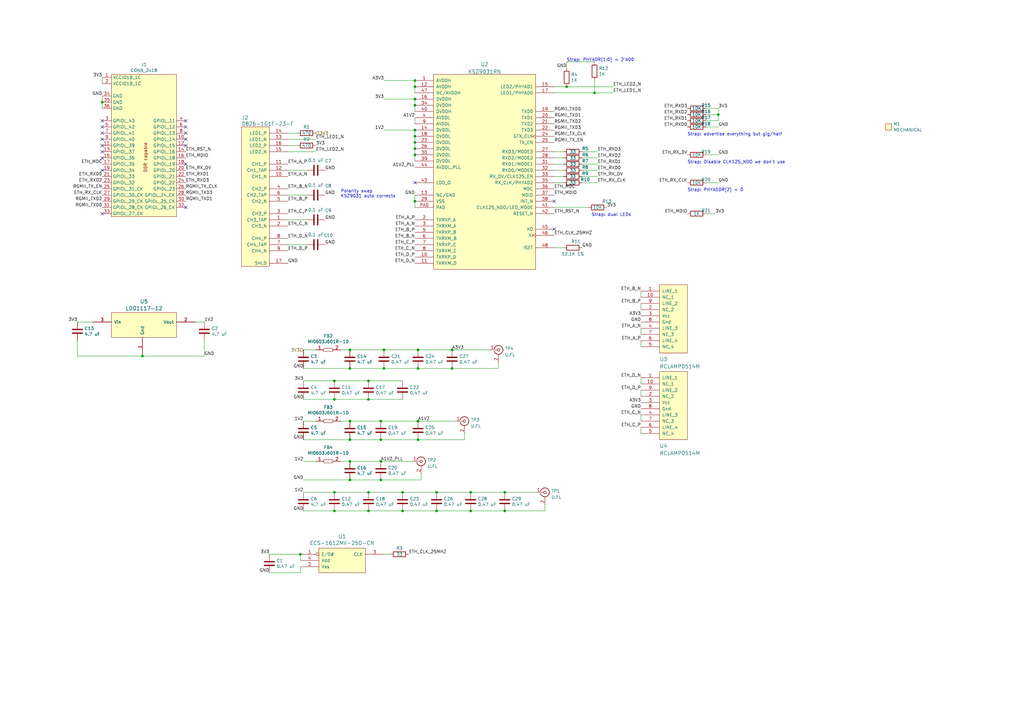
<source format=kicad_sch>
(kicad_sch (version 20231120) (generator "eeschema") (generator_version "8.0")
  (paper "A3")
  (lib_symbols
    (symbol "conn:CONN_COAXIAL" (pin_names (offset 1.016) hide)
      (property "Reference" "J" (at 0.254 3.048 0))
      (property "Value" "CONN_COAXIAL" (at 2.921 0 90))
      (symbol "CONN_COAXIAL_0_1"
        (arc (start -1.778 -0.508) (mid 0.222 -1.808) (end 1.778 0) (stroke (width 0.254)))
        (polyline (pts (xy -1.27 0) (xy -0.508 0)))
        (polyline (pts (xy 0 -2.54) (xy 0 -1.778)))
        (circle (center 0 0) (radius 0.508) (stroke (width 0.2032)))
        (arc (start 1.778 0) (mid 0.222 1.8083) (end -1.778 0.508) (stroke (width 0.254)))
      )
      (symbol "CONN_COAXIAL_1_1"
        (pin passive line (at -3.81 0 0) (length 2.54) (name "In") (number "1"))
        (pin passive line (at 0 -5.08 90) (length 2.54) (name "Ext") (number "2"))
      )
    )
    (symbol "device:C" (pin_numbers hide) (pin_names (offset 0.254))
      (property "Reference" "C" (at 0.635 2.54 0))
      (property "Value" "C" (at 0.635 -2.54 0))
      (symbol "C_0_1"
        (polyline (pts (xy -2.032 -0.762) (xy 2.032 -0.762)) (stroke (width 0.508)))
        (polyline (pts (xy -2.032 0.762) (xy 2.032 0.762)) (stroke (width 0.508)))
      )
      (symbol "C_1_1"
        (pin passive line (at 0 3.81 270) (length 2.794) (name "~") (number "1"))
        (pin passive line (at 0 -3.81 90) (length 2.794) (name "~") (number "2"))
      )
    )
    (symbol "device:R" (pin_numbers hide) (pin_names (offset 0))
      (property "Reference" "R" (at 2.032 0 90))
      (property "Value" "R" (at 0 0 90))
      (symbol "R_0_1"
        (rectangle (start -1.016 -2.54) (end 1.016 2.54) (stroke (width 0.254)))
      )
      (symbol "R_1_1"
        (pin passive line (at 0 3.81 270) (length 1.27) (name "~") (number "1"))
        (pin passive line (at 0 -3.81 90) (length 1.27) (name "~") (number "2"))
      )
    )
    (symbol "efinix-azonenberg:T20_BGA256_DEV_H2"
      (property "Reference" "J" (at 0 -1.778 0))
      (symbol "T20_BGA256_DEV_H2_1_1"
        (rectangle (start 0 58.42) (end 26.67 0) (fill (type background)))
        (text "DDR capable" (at 13.97 24.384 900) (effects (font (size 1.27 1.27))))
        (pin power_out line (at -3.81 57.15 0) (length 3.81) (name "VCCIO1B_1C") (number "1"))
        (pin bidirectional line (at 30.48 31.75 180) (length 3.81) (name "GPIOL_14") (number "10"))
        (pin bidirectional line (at -3.81 29.21 0) (length 3.81) (name "GPIOL_39") (number "11"))
        (pin bidirectional line (at 30.48 29.21 180) (length 3.81) (name "GPIOL_15") (number "12"))
        (pin bidirectional line (at -3.81 26.67 0) (length 3.81) (name "GPIOL_37") (number "13"))
        (pin bidirectional line (at 30.48 26.67 180) (length 3.81) (name "GPIOL_16") (number "14"))
        (pin bidirectional line (at -3.81 24.13 0) (length 3.81) (name "GPIOL_36") (number "15"))
        (pin bidirectional line (at 30.48 24.13 180) (length 3.81) (name "GPIOL_18") (number "16"))
        (pin bidirectional line (at -3.81 21.59 0) (length 3.81) (name "GPIOL_35") (number "17"))
        (pin bidirectional line (at 30.48 21.59 180) (length 3.81) (name "GPIOL_19") (number "18"))
        (pin bidirectional line (at -3.81 19.05 0) (length 3.81) (name "GPIOL_34") (number "19"))
        (pin power_in line (at -3.81 54.61 0) (length 3.81) (name "VCCIO1B_1C") (number "2"))
        (pin bidirectional line (at 30.48 19.05 180) (length 3.81) (name "GPIOL_20") (number "20"))
        (pin bidirectional line (at -3.81 16.51 0) (length 3.81) (name "GPIOL_33") (number "21"))
        (pin bidirectional line (at 30.48 16.51 180) (length 3.81) (name "GPIOL_21") (number "22"))
        (pin bidirectional line (at -3.81 13.97 0) (length 3.81) (name "GPIOL_32") (number "23"))
        (pin bidirectional line (at 30.48 13.97 180) (length 3.81) (name "GPIOL_22") (number "24"))
        (pin bidirectional line (at -3.81 11.43 0) (length 3.81) (name "GPIOL_31_CK") (number "25"))
        (pin bidirectional line (at 30.48 11.43 180) (length 3.81) (name "GPIOL_23") (number "26"))
        (pin bidirectional line (at -3.81 8.89 0) (length 3.81) (name "GPIOL_30_CK") (number "27"))
        (pin bidirectional line (at 30.48 8.89 180) (length 3.81) (name "GPIOL_24_CK") (number "28"))
        (pin bidirectional line (at -3.81 6.35 0) (length 3.81) (name "GPIOL_29_CK") (number "29"))
        (pin bidirectional line (at -3.81 39.37 0) (length 3.81) (name "GPIOL_43") (number "3"))
        (pin bidirectional line (at 30.48 6.35 180) (length 3.81) (name "GPIOL_25_CK") (number "30"))
        (pin bidirectional line (at -3.81 3.81 0) (length 3.81) (name "GPIOL_28_CK") (number "31"))
        (pin bidirectional line (at 30.48 3.81 180) (length 3.81) (name "GPIOL_26_CK") (number "32"))
        (pin bidirectional line (at -3.81 1.27 0) (length 3.81) (name "GPIOL_27_CK") (number "33"))
        (pin power_in line (at -3.81 49.53 0) (length 3.81) (name "GND") (number "34"))
        (pin power_out line (at -3.81 46.99 0) (length 3.81) (name "GND") (number "35"))
        (pin power_in line (at -3.81 44.45 0) (length 3.81) (name "GND") (number "36"))
        (pin bidirectional line (at 30.48 39.37 180) (length 3.81) (name "GPIOL_11") (number "4"))
        (pin bidirectional line (at -3.81 36.83 0) (length 3.81) (name "GPIOL_42") (number "5"))
        (pin bidirectional line (at 30.48 36.83 180) (length 3.81) (name "GPIOL_12") (number "6"))
        (pin bidirectional line (at -3.81 34.29 0) (length 3.81) (name "GPIOL_41") (number "7"))
        (pin bidirectional line (at 30.48 34.29 180) (length 3.81) (name "GPIOL_13") (number "8"))
        (pin bidirectional line (at -3.81 31.75 0) (length 3.81) (name "GPIOL_40") (number "9"))
      )
    )
    (symbol "osc-azonenberg:OSC" (pin_names (offset 1.016))
      (property "Reference" "U" (at 0 0 0))
      (property "Value" "OSC" (at 0 -2.54 0))
      (symbol "OSC_0_1"
        (rectangle (start -10.16 2.54) (end 8.89 -7.62) (fill (type background)))
      )
      (symbol "OSC_1_1"
        (pin input inverted (at -17.78 0 0) (length 7.62) (name "E/D#") (number "1"))
        (pin input line (at -17.78 -5.08 0) (length 7.62) (name "Vss") (number "2"))
        (pin output line (at 16.51 0 180) (length 7.62) (name "CLK") (number "3"))
        (pin power_in line (at -17.78 -2.54 0) (length 7.62) (name "Vdd") (number "4"))
      )
    )
    (symbol "passive-azonenberg:FERRITE_SMALL2" (pin_names (offset 1.016))
      (property "Reference" "FB" (at 0 2.54 0))
      (property "Value" "FERRITE_SMALL2" (at 0 -2.54 0))
      (symbol "FERRITE_SMALL2_0_1"
        (rectangle (start -1.905 0.635) (end 1.905 -0.635))
      )
      (symbol "FERRITE_SMALL2_1_1"
        (pin input line (at -5.08 0 0) (length 3.175) (name "~") (number "1"))
        (pin power_out line (at 5.08 0 180) (length 3.175) (name "~") (number "2"))
      )
    )
    (symbol "passive-azonenberg:LDO1117-XX" (pin_names (offset 1.016))
      (property "Reference" "U?" (at 1.27 0 0))
      (property "Value" "LDO1117-XX" (at 1.27 -2.54 0))
      (symbol "LDO1117-XX_0_1"
        (rectangle (start -11.43 1.27) (end 15.24 -8.89) (fill (type background)))
      )
      (symbol "LDO1117-XX_1_1"
        (pin power_in line (at 1.27 -16.51 90) (length 7.62) (name "Gnd") (number "1"))
        (pin power_out line (at 22.86 -2.54 180) (length 7.62) (name "Vout") (number "2"))
        (pin power_in line (at -19.05 -2.54 0) (length 7.62) (name "Vin") (number "3"))
      )
    )
    (symbol "special-azonenberg:BEL_FUSE_0826-1G1T-23-F" (pin_names (offset 1.016))
      (property "Reference" "J" (at -8.89 -5.08 0))
      (property "Value" "BEL_FUSE_0826-1G1T-23-F" (at 10.16 -5.08 0))
      (symbol "BEL_FUSE_0826-1G1T-23-F_0_1"
        (rectangle (start 0 53.34) (end 11.43 -3.81) (fill (type background)))
      )
      (symbol "BEL_FUSE_0826-1G1T-23-F_1_1"
        (pin bidirectional line (at -7.62 15.24 0) (length 7.62) (name "CH3_TAP") (number "1"))
        (pin bidirectional line (at -7.62 33.02 0) (length 7.62) (name "CH1_N") (number "10"))
        (pin bidirectional line (at -7.62 38.1 0) (length 7.62) (name "CH1_P") (number "11"))
        (pin bidirectional line (at -7.62 35.56 0) (length 7.62) (name "CH1_TAP") (number "12"))
        (pin passive line (at -7.62 48.26 0) (length 7.62) (name "LED1_N") (number "13"))
        (pin passive line (at -7.62 50.8 0) (length 7.62) (name "LED1_P") (number "14"))
        (pin passive line (at -7.62 43.18 0) (length 7.62) (name "LED2_N") (number "15"))
        (pin passive line (at -7.62 45.72 0) (length 7.62) (name "LED2_P") (number "16"))
        (pin passive line (at -7.62 -2.54 0) (length 7.62) (name "SHLD") (number "17"))
        (pin bidirectional line (at -7.62 12.7 0) (length 7.62) (name "CH3_N") (number "2"))
        (pin bidirectional line (at -7.62 17.78 0) (length 7.62) (name "CH3_P") (number "3"))
        (pin bidirectional line (at -7.62 27.94 0) (length 7.62) (name "CH2_P") (number "4"))
        (pin bidirectional line (at -7.62 22.86 0) (length 7.62) (name "CH2_N") (number "5"))
        (pin bidirectional line (at -7.62 25.4 0) (length 7.62) (name "CH2_TAP") (number "6"))
        (pin bidirectional line (at -7.62 5.08 0) (length 7.62) (name "CH4_TAP") (number "7"))
        (pin bidirectional line (at -7.62 7.62 0) (length 7.62) (name "CH4_P") (number "8"))
        (pin bidirectional line (at -7.62 2.54 0) (length 7.62) (name "CH4_N") (number "9"))
      )
    )
    (symbol "special-azonenberg:KSZ9031RN" (pin_names (offset 1.016))
      (property "Reference" "U" (at 19.05 -2.54 0))
      (property "Value" "KSZ9031RN" (at 19.05 -5.08 0))
      (symbol "KSZ9031RN_0_1"
        (rectangle (start 0 80.01) (end 41.91 0) (fill (type background)))
      )
      (symbol "KSZ9031RN_1_1"
        (pin power_in line (at -7.62 77.47 0) (length 7.62) (name "AVDDH") (number "1"))
        (pin bidirectional line (at -7.62 5.08 0) (length 7.62) (name "TXRXP_D") (number "10"))
        (pin bidirectional line (at -7.62 2.54 0) (length 7.62) (name "TXRXM_D") (number "11"))
        (pin power_in line (at -7.62 74.93 0) (length 7.62) (name "AVDDH") (number "12"))
        (pin passive line (at -7.62 30.48 0) (length 7.62) (name "NC/GND") (number "13"))
        (pin power_in line (at -7.62 57.15 0) (length 7.62) (name "DVDDL") (number "14"))
        (pin bidirectional line (at 49.53 74.93 180) (length 7.62) (name "LED2/PHYAD1") (number "15"))
        (pin power_in line (at -7.62 69.85 0) (length 7.62) (name "DVDDH") (number "16"))
        (pin bidirectional line (at 49.53 72.39 180) (length 7.62) (name "LED1/PHYAD0") (number "17"))
        (pin power_in line (at -7.62 54.61 0) (length 7.62) (name "DVDDL") (number "18"))
        (pin input line (at 49.53 64.77 180) (length 7.62) (name "TXD0") (number "19"))
        (pin bidirectional line (at -7.62 20.32 0) (length 7.62) (name "TXRXP_A") (number "2"))
        (pin input line (at 49.53 62.23 180) (length 7.62) (name "TXD1") (number "20"))
        (pin input line (at 49.53 59.69 180) (length 7.62) (name "TXD2") (number "21"))
        (pin input line (at 49.53 57.15 180) (length 7.62) (name "TXD3") (number "22"))
        (pin power_in line (at -7.62 52.07 0) (length 7.62) (name "DVDDL") (number "23"))
        (pin input clock (at 49.53 54.61 180) (length 7.62) (name "GTX_CLK") (number "24"))
        (pin input line (at 49.53 52.07 180) (length 7.62) (name "TX_EN") (number "25"))
        (pin power_in line (at -7.62 49.53 0) (length 7.62) (name "DVDDL") (number "26"))
        (pin bidirectional line (at 49.53 48.26 180) (length 7.62) (name "RXD3/MODE3") (number "27"))
        (pin bidirectional line (at 49.53 45.72 180) (length 7.62) (name "RXD2/MODE2") (number "28"))
        (pin power_in line (at -7.62 27.94 0) (length 7.62) (name "VSS") (number "29"))
        (pin bidirectional line (at -7.62 17.78 0) (length 7.62) (name "TXRXM_A") (number "3"))
        (pin power_in line (at -7.62 46.99 0) (length 7.62) (name "DVDDL") (number "30"))
        (pin bidirectional line (at 49.53 43.18 180) (length 7.62) (name "RXD1/MODE1") (number "31"))
        (pin bidirectional line (at 49.53 40.64 180) (length 7.62) (name "RXD0/MODE0") (number "32"))
        (pin bidirectional line (at 49.53 38.1 180) (length 7.62) (name "RX_DV/CLK125_EN") (number "33"))
        (pin power_in line (at -7.62 67.31 0) (length 7.62) (name "DVDDH") (number "34"))
        (pin bidirectional line (at 49.53 35.56 180) (length 7.62) (name "RX_CLK/PHYAD2") (number "35"))
        (pin input line (at 49.53 33.02 180) (length 7.62) (name "MDC") (number "36"))
        (pin bidirectional line (at 49.53 30.48 180) (length 7.62) (name "MDIO") (number "37"))
        (pin output line (at 49.53 27.94 180) (length 7.62) (name "INT_N") (number "38"))
        (pin power_in line (at -7.62 44.45 0) (length 7.62) (name "DVDDL") (number "39"))
        (pin power_in line (at -7.62 62.23 0) (length 7.62) (name "AVDDL") (number "4"))
        (pin power_in line (at -7.62 64.77 0) (length 7.62) (name "DVDDH") (number "40"))
        (pin bidirectional line (at 49.53 25.4 180) (length 7.62) (name "CLK125_NDO/LED_MODE") (number "41"))
        (pin input line (at 49.53 22.86 180) (length 7.62) (name "RESET_N") (number "42"))
        (pin power_out line (at -7.62 35.56 0) (length 7.62) (name "LDO_O") (number "43"))
        (pin power_in line (at -7.62 41.91 0) (length 7.62) (name "AVDDL_PLL") (number "44"))
        (pin output line (at 49.53 16.51 180) (length 7.62) (name "XO") (number "45"))
        (pin input clock (at 49.53 13.97 180) (length 7.62) (name "XI") (number "46"))
        (pin passive line (at -7.62 72.39 0) (length 7.62) (name "NC/AVDDH") (number "47"))
        (pin bidirectional line (at 49.53 8.89 180) (length 7.62) (name "ISET") (number "48"))
        (pin bidirectional line (at -7.62 15.24 0) (length 7.62) (name "TXRXP_B") (number "5"))
        (pin bidirectional line (at -7.62 12.7 0) (length 7.62) (name "TXRXM_B") (number "6"))
        (pin bidirectional line (at -7.62 10.16 0) (length 7.62) (name "TXRXP_C") (number "7"))
        (pin bidirectional line (at -7.62 7.62 0) (length 7.62) (name "TXRXM_C") (number "8"))
        (pin power_in line (at -7.62 59.69 0) (length 7.62) (name "AVDDL") (number "9"))
        (pin power_in line (at -7.62 25.4 0) (length 7.62) (name "PAD") (number "PAD"))
      )
    )
    (symbol "special-azonenberg:MECHANICAL" (pin_names (offset 1.016))
      (property "Reference" "M" (at 0 -2.54 0))
      (property "Value" "MECHANICAL" (at 0 -5.08 0))
      (symbol "MECHANICAL_0_1"
        (rectangle (start 0 1.27) (end 2.54 -1.27) (fill (type background)))
      )
    )
    (symbol "special-azonenberg:RCLAMP0514M" (pin_names (offset 1.016))
      (property "Reference" "U" (at 5.08 -1.27 0))
      (property "Value" "RCLAMP0514M" (at 6.35 -3.81 0))
      (symbol "RCLAMP0514M_0_1"
        (rectangle (start 0 27.94) (end 11.43 0) (fill (type background)))
      )
      (symbol "RCLAMP0514M_1_1"
        (pin passive line (at -7.62 25.4 0) (length 7.62) (name "LINE_1") (number "1"))
        (pin passive line (at -7.62 22.86 0) (length 7.62) (name "NC_1") (number "10"))
        (pin passive line (at -7.62 17.78 0) (length 7.62) (name "NC_2") (number "2"))
        (pin power_in line (at -7.62 15.24 0) (length 7.62) (name "Vcc") (number "3"))
        (pin passive line (at -7.62 10.16 0) (length 7.62) (name "LINE_3") (number "4"))
        (pin passive line (at -7.62 2.54 0) (length 7.62) (name "NC_4") (number "5"))
        (pin passive line (at -7.62 5.08 0) (length 7.62) (name "LINE_4") (number "6"))
        (pin passive line (at -7.62 7.62 0) (length 7.62) (name "NC_3") (number "7"))
        (pin power_in line (at -7.62 12.7 0) (length 7.62) (name "Gnd") (number "8"))
        (pin passive line (at -7.62 20.32 0) (length 7.62) (name "LINE_2") (number "9"))
      )
    )
  )
  (junction (at 170.18 63.5))
  (junction (at 143.51 143.51))
  (junction (at 170.18 82.55))
  (junction (at 41.91 41.91))
  (junction (at 170.18 53.34))
  (junction (at 165.1 209.55))
  (junction (at 170.18 60.96))
  (junction (at 207.01 201.93))
  (junction (at 185.42 151.13))
  (junction (at 193.04 201.93))
  (junction (at 179.07 209.55))
  (junction (at 193.04 209.55))
  (junction (at 58.42 146.05))
  (junction (at 156.21 172.72))
  (junction (at 123.19 227.33))
  (junction (at 170.18 33.02))
  (junction (at 156.21 180.34))
  (junction (at 171.45 143.51))
  (junction (at 232.41 35.56))
  (junction (at 157.48 143.51))
  (junction (at 207.01 209.55))
  (junction (at 151.13 156.21))
  (junction (at 294.64 46.99))
  (junction (at 143.51 151.13))
  (junction (at 156.21 196.85))
  (junction (at 151.13 201.93))
  (junction (at 165.1 201.93))
  (junction (at 170.18 58.42))
  (junction (at 179.07 201.93))
  (junction (at 170.18 55.88))
  (junction (at 137.16 156.21))
  (junction (at 185.42 143.51))
  (junction (at 143.51 189.23))
  (junction (at 151.13 163.83))
  (junction (at 143.51 172.72))
  (junction (at 243.84 38.1))
  (junction (at 171.45 151.13))
  (junction (at 170.18 43.18))
  (junction (at 157.48 151.13))
  (junction (at 151.13 209.55))
  (junction (at 171.45 172.72))
  (junction (at 137.16 163.83))
  (junction (at 170.18 40.64))
  (junction (at 171.45 180.34))
  (junction (at 156.21 189.23))
  (junction (at 137.16 209.55))
  (junction (at 143.51 180.34))
  (junction (at 137.16 201.93))
  (junction (at 143.51 196.85))
  (junction (at 170.18 35.56))
  (no_connect (at 41.91 54.61))
  (no_connect (at 41.91 64.77))
  (no_connect (at 76.2 59.69))
  (no_connect (at 41.91 49.53))
  (no_connect (at 76.2 49.53))
  (no_connect (at 76.2 85.09))
  (no_connect (at 41.91 59.69))
  (no_connect (at 41.91 62.23))
  (no_connect (at 41.91 57.15))
  (no_connect (at 170.18 74.93))
  (no_connect (at 76.2 54.61))
  (no_connect (at 76.2 57.15))
  (no_connect (at 76.2 67.31))
  (no_connect (at 227.33 82.55))
  (no_connect (at 227.33 93.98))
  (no_connect (at 41.91 87.63))
  (no_connect (at 41.91 69.85))
  (no_connect (at 76.2 52.07))
  (no_connect (at 41.91 52.07))
  (wire (pts (xy 170.18 48.26) (xy 170.18 50.8)))
  (wire (pts (xy 171.45 180.34) (xy 190.5 180.34)))
  (wire (pts (xy 170.18 63.5) (xy 170.18 66.04)))
  (wire (pts (xy 241.3 85.09) (xy 227.33 85.09)))
  (wire (pts (xy 293.37 87.63) (xy 289.56 87.63)))
  (wire (pts (xy 143.51 172.72) (xy 139.7 172.72)))
  (wire (pts (xy 262.89 175.26) (xy 262.89 177.8)))
  (wire (pts (xy 231.14 69.85) (xy 227.33 69.85)))
  (wire (pts (xy 231.14 67.31) (xy 227.33 67.31)))
  (wire (pts (xy 124.46 180.34) (xy 143.51 180.34)))
  (wire (pts (xy 204.47 151.13) (xy 204.47 148.59)))
  (wire (pts (xy 232.41 27.94) (xy 232.41 25.4)))
  (wire (pts (xy 125.73 69.85) (xy 118.11 69.85)))
  (wire (pts (xy 251.46 35.56) (xy 232.41 35.56)))
  (wire (pts (xy 110.49 227.33) (xy 123.19 227.33)))
  (wire (pts (xy 193.04 201.93) (xy 179.07 201.93)))
  (wire (pts (xy 231.14 101.6) (xy 227.33 101.6)))
  (wire (pts (xy 185.42 143.51) (xy 200.66 143.51)))
  (wire (pts (xy 294.64 74.93) (xy 289.56 74.93)))
  (wire (pts (xy 232.41 25.4) (xy 243.84 25.4)))
  (wire (pts (xy 207.01 201.93) (xy 193.04 201.93)))
  (wire (pts (xy 151.13 163.83) (xy 165.1 163.83)))
  (wire (pts (xy 165.1 201.93) (xy 151.13 201.93)))
  (wire (pts (xy 137.16 201.93) (xy 124.46 201.93)))
  (wire (pts (xy 156.21 196.85) (xy 172.72 196.85)))
  (wire (pts (xy 124.46 156.21) (xy 137.16 156.21)))
  (wire (pts (xy 185.42 143.51) (xy 171.45 143.51)))
  (wire (pts (xy 157.48 40.64) (xy 170.18 40.64)))
  (wire (pts (xy 121.92 59.69) (xy 118.11 59.69)))
  (wire (pts (xy 156.21 189.23) (xy 168.91 189.23)))
  (wire (pts (xy 245.11 64.77) (xy 238.76 64.77)))
  (wire (pts (xy 170.18 60.96) (xy 170.18 63.5)))
  (wire (pts (xy 118.11 57.15) (xy 129.54 57.15)))
  (wire (pts (xy 41.91 39.37) (xy 41.91 41.91)))
  (wire (pts (xy 118.11 62.23) (xy 129.54 62.23)))
  (wire (pts (xy 125.73 80.01) (xy 118.11 80.01)))
  (wire (pts (xy 231.14 62.23) (xy 227.33 62.23)))
  (wire (pts (xy 170.18 35.56) (xy 170.18 38.1)))
  (wire (pts (xy 151.13 156.21) (xy 165.1 156.21)))
  (wire (pts (xy 231.14 72.39) (xy 227.33 72.39)))
  (wire (pts (xy 83.82 146.05) (xy 58.42 146.05)))
  (wire (pts (xy 207.01 201.93) (xy 219.71 201.93)))
  (wire (pts (xy 294.64 63.5) (xy 289.56 63.5)))
  (wire (pts (xy 170.18 53.34) (xy 170.18 55.88)))
  (wire (pts (xy 231.14 74.93) (xy 227.33 74.93)))
  (wire (pts (xy 80.01 132.08) (xy 83.82 132.08)))
  (wire (pts (xy 156.21 180.34) (xy 171.45 180.34)))
  (wire (pts (xy 137.16 156.21) (xy 151.13 156.21)))
  (wire (pts (xy 171.45 172.72) (xy 156.21 172.72)))
  (wire (pts (xy 129.54 143.51) (xy 124.46 143.51)))
  (wire (pts (xy 125.73 100.33) (xy 118.11 100.33)))
  (wire (pts (xy 58.42 146.05) (xy 31.75 146.05)))
  (wire (pts (xy 156.21 172.72) (xy 143.51 172.72)))
  (wire (pts (xy 151.13 201.93) (xy 137.16 201.93)))
  (wire (pts (xy 110.49 234.95) (xy 123.19 234.95)))
  (wire (pts (xy 124.46 151.13) (xy 143.51 151.13)))
  (wire (pts (xy 118.11 90.17) (xy 125.73 90.17)))
  (wire (pts (xy 171.45 172.72) (xy 186.69 172.72)))
  (wire (pts (xy 243.84 33.02) (xy 243.84 38.1)))
  (wire (pts (xy 143.51 151.13) (xy 157.48 151.13)))
  (wire (pts (xy 171.45 151.13) (xy 185.42 151.13)))
  (wire (pts (xy 151.13 209.55) (xy 165.1 209.55)))
  (wire (pts (xy 156.21 189.23) (xy 143.51 189.23)))
  (wire (pts (xy 231.14 64.77) (xy 227.33 64.77)))
  (wire (pts (xy 238.76 62.23) (xy 245.11 62.23)))
  (wire (pts (xy 238.76 67.31) (xy 245.11 67.31)))
  (wire (pts (xy 129.54 189.23) (xy 124.46 189.23)))
  (wire (pts (xy 238.76 72.39) (xy 245.11 72.39)))
  (wire (pts (xy 262.89 170.18) (xy 262.89 172.72)))
  (wire (pts (xy 294.64 49.53) (xy 294.64 46.99)))
  (wire (pts (xy 143.51 196.85) (xy 156.21 196.85)))
  (wire (pts (xy 157.48 53.34) (xy 170.18 53.34)))
  (wire (pts (xy 123.19 234.95) (xy 123.19 232.41)))
  (wire (pts (xy 41.91 31.75) (xy 41.91 34.29)))
  (wire (pts (xy 185.42 151.13) (xy 204.47 151.13)))
  (wire (pts (xy 165.1 209.55) (xy 179.07 209.55)))
  (wire (pts (xy 41.91 41.91) (xy 41.91 44.45)))
  (wire (pts (xy 190.5 180.34) (xy 190.5 177.8)))
  (wire (pts (xy 245.11 74.93) (xy 238.76 74.93)))
  (wire (pts (xy 223.52 209.55) (xy 223.52 207.01)))
  (wire (pts (xy 289.56 49.53) (xy 294.64 49.53)))
  (wire (pts (xy 170.18 55.88) (xy 170.18 58.42)))
  (wire (pts (xy 31.75 146.05) (xy 31.75 139.7)))
  (wire (pts (xy 124.46 196.85) (xy 143.51 196.85)))
  (wire (pts (xy 227.33 35.56) (xy 232.41 35.56)))
  (wire (pts (xy 170.18 43.18) (xy 170.18 45.72)))
  (wire (pts (xy 170.18 58.42) (xy 170.18 60.96)))
  (wire (pts (xy 170.18 40.64) (xy 170.18 43.18)))
  (wire (pts (xy 143.51 189.23) (xy 139.7 189.23)))
  (wire (pts (xy 139.7 143.51) (xy 143.51 143.51)))
  (wire (pts (xy 294.64 52.07) (xy 289.56 52.07)))
  (wire (pts (xy 245.11 69.85) (xy 238.76 69.85)))
  (wire (pts (xy 262.89 139.7) (xy 262.89 142.24)))
  (wire (pts (xy 243.84 38.1) (xy 227.33 38.1)))
  (wire (pts (xy 137.16 163.83) (xy 151.13 163.83)))
  (wire (pts (xy 294.64 46.99) (xy 294.64 44.45)))
  (wire (pts (xy 143.51 180.34) (xy 156.21 180.34)))
  (wire (pts (xy 124.46 163.83) (xy 137.16 163.83)))
  (wire (pts (xy 123.19 227.33) (xy 123.19 229.87)))
  (wire (pts (xy 171.45 143.51) (xy 157.48 143.51)))
  (wire (pts (xy 179.07 209.55) (xy 193.04 209.55)))
  (wire (pts (xy 124.46 209.55) (xy 137.16 209.55)))
  (wire (pts (xy 83.82 139.7) (xy 83.82 146.05)))
  (wire (pts (xy 289.56 46.99) (xy 294.64 46.99)))
  (wire (pts (xy 157.48 143.51) (xy 143.51 143.51)))
  (wire (pts (xy 243.84 38.1) (xy 251.46 38.1)))
  (wire (pts (xy 160.02 227.33) (xy 157.48 227.33)))
  (wire (pts (xy 172.72 196.85) (xy 172.72 194.31)))
  (wire (pts (xy 137.16 209.55) (xy 151.13 209.55)))
  (wire (pts (xy 289.56 44.45) (xy 294.64 44.45)))
  (wire (pts (xy 262.89 160.02) (xy 262.89 162.56)))
  (wire (pts (xy 262.89 124.46) (xy 262.89 127)))
  (wire (pts (xy 157.48 33.02) (xy 170.18 33.02)))
  (wire (pts (xy 179.07 201.93) (xy 165.1 201.93)))
  (wire (pts (xy 207.01 209.55) (xy 223.52 209.55)))
  (wire (pts (xy 157.48 151.13) (xy 171.45 151.13)))
  (wire (pts (xy 262.89 119.38) (xy 262.89 121.92)))
  (wire (pts (xy 170.18 33.02) (xy 170.18 35.56)))
  (wire (pts (xy 193.04 209.55) (xy 207.01 209.55)))
  (wire (pts (xy 262.89 154.94) (xy 262.89 157.48)))
  (wire (pts (xy 118.11 54.61) (xy 121.92 54.61)))
  (wire (pts (xy 129.54 172.72) (xy 124.46 172.72)))
  (wire (pts (xy 31.75 132.08) (xy 38.1 132.08)))
  (wire (pts (xy 262.89 134.62) (xy 262.89 137.16)))
  (wire (pts (xy 170.18 82.55) (xy 170.18 85.09)))
  (wire (pts (xy 170.18 80.01) (xy 170.18 82.55)))
  (text "Strap: PHYADR[1:0] = 2'b00" (at 232.41 25.4 0) (effects (font (size 1.27 1.27)) (justify left bottom)))
  (text "Strap: advertise everything but gig/half" (at 281.94 55.88 0) (effects (font (size 1.27 1.27)) (justify left bottom)))
  (text "Strap: Disable CLK125_NDO we don't use" (at 281.94 67.31 0) (effects (font (size 1.27 1.27)) (justify left bottom)))
  (text "Strap: PHYADDR[2] = 0" (at 281.94 78.74 0) (effects (font (size 1.27 1.27)) (justify left bottom)))
  (text "Strap: dual LEDs" (at 242.57 88.9 0) (effects (font (size 1.27 1.27)) (justify left bottom)))
  (text "Polarity swap\nKSZ9031 auto corrects" (at 139.7 81.28 0) (effects (font (size 1.27 1.27)) (justify left bottom)))
  (label "3V3" (at 294.64 44.45 0))
  (label "GND" (at 262.89 132.08 180))
  (label "GND" (at 133.35 80.01 0))
  (label "ETH_C_N" (at 118.11 92.71 0))
  (label "ETH_B_P" (at 262.89 124.46 180))
  (label "GND" (at 262.89 167.64 180))
  (label "ETH_RX_CLK" (at 281.94 74.93 180))
  (label "3V3" (at 293.37 87.63 0))
  (label "ETH_RX_DV" (at 281.94 63.5 180))
  (label "GND" (at 124.46 180.34 180))
  (label "ETH_RX_DV" (at 245.11 72.39 0))
  (label "ETH_RST_N" (at 227.33 87.63 0))
  (label "ETH_RXD0" (at 41.91 72.39 180))
  (label "ETH_C_P" (at 118.11 87.63 0))
  (label "GND" (at 133.35 100.33 0))
  (label "ETH_RX_CLK" (at 41.91 80.01 180))
  (label "RGMII_TX_EN" (at 41.91 77.47 180))
  (label "ETH_A_N" (at 170.18 92.71 180))
  (label "3V3" (at 129.54 59.69 0))
  (label "ETH_D_P" (at 170.18 105.41 180))
  (label "1V2" (at 124.46 189.23 180))
  (label "ETH_D_N" (at 262.89 154.94 180))
  (label "GND" (at 294.64 74.93 0))
  (label "1V2" (at 124.46 201.93 180))
  (label "ETH_RXD1" (at 245.11 67.31 0))
  (label "RGMII_TX_CLK" (at 227.33 55.88 0))
  (label "ETH_A_P" (at 262.89 139.7 180))
  (label "GND" (at 238.76 101.6 0))
  (label "RGMII_TXD1" (at 76.2 82.55 0))
  (label "ETH_LED1_N" (at 251.46 38.1 0))
  (label "ETH_RXD0" (at 245.11 69.85 0))
  (label "ETH_RXD1" (at 281.94 49.53 180))
  (label "ETH_RX_DV" (at 76.2 69.85 0))
  (label "1V2" (at 83.82 132.08 0))
  (label "GND" (at 133.35 90.17 0))
  (label "RGMII_TXD2" (at 227.33 50.8 0))
  (label "ETH_A_P" (at 118.11 67.31 0))
  (label "GND" (at 83.82 146.05 0))
  (label "ETH_C_P" (at 170.18 100.33 180))
  (label "ETH_RST_N" (at 76.2 62.23 0))
  (label "A1V2_PLL" (at 170.18 68.58 180))
  (label "ETH_RX_CLK" (at 245.11 74.93 0))
  (label "ETH_A_N" (at 118.11 72.39 0))
  (label "A3V3" (at 262.89 129.54 180))
  (label "ETH_CLK_25MHZ" (at 167.64 227.33 0))
  (label "ETH_C_P" (at 262.89 175.26 180))
  (label "A1V2" (at 170.18 48.26 180))
  (label "ETH_D_N" (at 170.18 107.95 180))
  (label "ETH_RXD2" (at 41.91 74.93 180))
  (label "ETH_RXD3" (at 245.11 62.23 0))
  (label "ETH_CLK_25MHZ" (at 227.33 96.52 0))
  (label "RGMII_TXD1" (at 227.33 48.26 0))
  (label "3V3" (at 110.49 227.33 180))
  (label "3V3" (at 157.48 40.64 180))
  (label "ETH_B_P" (at 118.11 82.55 0))
  (label "1V2" (at 124.46 172.72 180))
  (label "GND" (at 124.46 151.13 180))
  (label "GND" (at 110.49 234.95 180))
  (label "RGMII_TX_EN" (at 227.33 58.42 0))
  (label "ETH_MDC" (at 227.33 77.47 0))
  (label "ETH_RXD3" (at 76.2 74.93 0))
  (label "A3V3" (at 262.89 165.1 180))
  (label "1V2" (at 157.48 53.34 180))
  (label "GND" (at 133.35 69.85 0))
  (label "ETH_A_P" (at 170.18 90.17 180))
  (label "ETH_RXD2" (at 245.11 64.77 0))
  (label "3V3" (at 248.92 85.09 0))
  (label "ETH_RXD2" (at 281.94 46.99 180))
  (label "ETH_C_N" (at 170.18 102.87 180))
  (label "ETH_LED1_N" (at 129.54 57.15 0))
  (label "ETH_D_N" (at 118.11 97.79 0))
  (label "GND" (at 294.64 52.07 0))
  (label "GND" (at 170.18 80.01 180))
  (label "ETH_B_N" (at 118.11 77.47 0))
  (label "ETH_LED2_N" (at 129.54 62.23 0))
  (label "ETH_B_N" (at 262.89 119.38 180))
  (label "ETH_RXD1" (at 76.2 72.39 0))
  (label "ETH_A_N" (at 262.89 134.62 180))
  (label "RGMII_TXD0" (at 227.33 45.72 0))
  (label "GND" (at 118.11 107.95 0))
  (label "A1V2" (at 171.45 172.72 0))
  (label "ETH_B_P" (at 170.18 95.25 180))
  (label "A3V3" (at 185.42 143.51 0))
  (label "ETH_LED2_N" (at 251.46 35.56 0))
  (label "RGMII_TXD2" (at 41.91 82.55 180))
  (label "ETH_MDC" (at 41.91 67.31 180))
  (label "GND" (at 232.41 27.94 180))
  (label "ETH_MDIO" (at 281.94 87.63 180))
  (label "ETH_D_P" (at 118.11 102.87 0))
  (label "GND" (at 294.64 63.5 0))
  (label "GND" (at 124.46 209.55 180))
  (label "3V3" (at 124.46 156.21 180))
  (label "GND" (at 124.46 196.85 180))
  (label "GND" (at 124.46 163.83 180))
  (label "RGMII_TXD3" (at 227.33 53.34 0))
  (label "ETH_RXD3" (at 281.94 44.45 180))
  (label "3V3" (at 41.91 31.75 180))
  (label "ETH_B_N" (at 170.18 97.79 180))
  (label "RGMII_TXD0" (at 41.91 85.09 180))
  (label "3V3" (at 31.75 132.08 180))
  (label "RGMII_TXD3" (at 76.2 80.01 0))
  (label "A1V2_PLL" (at 156.21 189.23 0))
  (label "ETH_MDIO" (at 227.33 80.01 0))
  (label "GND" (at 41.91 39.37 180))
  (label "RGMII_TX_CLK" (at 76.2 77.47 0))
  (label "ETH_C_N" (at 262.89 170.18 180))
  (label "ETH_RXD0" (at 281.94 52.07 180))
  (label "ETH_MDIO" (at 76.2 64.77 0))
  (label "ETH_D_P" (at 262.89 160.02 180))
  (label "A3V3" (at 157.48 33.02 180))
  (hierarchical_label "3V3" (shape input) (at 129.54 54.61 0))
  (hierarchical_label "3V3" (shape input) (at 124.46 143.51 180))
  (symbol (lib_id "device:R") (at 234.95 69.85 270) (unit 1)
    (property "Reference" "R8" (at 240.03 68.58 90))
    (property "Value" "33" (at 234.95 69.85 90))
    (property "Footprint" "azonenberg_pcb:EIA_0402_RES_NOSILK" (effects (hide yes)))
  )
  (symbol (lib_id "device:R") (at 234.95 101.6 270) (unit 1)
    (property "Reference" "R11" (at 236.22 99.06 90))
    (property "Value" "12.1K 1%" (at 234.95 104.14 90))
    (property "Footprint" "azonenberg_pcb:EIA_0402_RES_NOSILK" (effects (hide yes)))
  )
  (symbol (lib_id "device:C") (at 171.45 147.32 0) (unit 1)
    (property "Reference" "C24" (at 174.371 146.1516 0) (effects (justify left)))
    (property "Value" "0.47 uF" (at 174.371 148.463 0) (effects (justify left)))
    (property "Footprint" "azonenberg_pcb:EIA_0402_CAP_NOSILK" (effects (hide yes)))
  )
  (symbol (lib_id "device:C") (at 193.04 205.74 0) (unit 1)
    (property "Reference" "C28" (at 195.961 204.5716 0) (effects (justify left)))
    (property "Value" "0.47 uF" (at 195.961 206.883 0) (effects (justify left)))
    (property "Footprint" "azonenberg_pcb:EIA_0402_CAP_NOSILK" (effects (hide yes)))
  )
  (symbol (lib_id "device:C") (at 83.82 135.89 0) (unit 1)
    (property "Reference" "C2" (at 86.741 134.7216 0) (effects (justify left)))
    (property "Value" "4.7 uF" (at 86.741 137.033 0) (effects (justify left)))
    (property "Footprint" "azonenberg_pcb:EIA_0603_CAP_NOSILK" (effects (hide yes)))
  )
  (symbol (lib_id "device:R") (at 285.75 44.45 270) (unit 1)
    (property "Reference" "R15" (at 289.56 43.18 90))
    (property "Value" "10K" (at 285.75 44.45 90))
    (property "Footprint" "azonenberg_pcb:EIA_0402_RES_NOSILK" (effects (hide yes)))
  )
  (symbol (lib_id "device:R") (at 234.95 74.93 270) (unit 1)
    (property "Reference" "R10" (at 240.03 73.66 90))
    (property "Value" "33" (at 234.95 74.93 90))
    (property "Footprint" "azonenberg_pcb:EIA_0402_RES_NOSILK" (effects (hide yes)))
  )
  (symbol (lib_id "device:R") (at 234.95 62.23 270) (unit 1)
    (property "Reference" "R5" (at 240.03 60.96 90))
    (property "Value" "33" (at 234.95 62.23 90))
    (property "Footprint" "azonenberg_pcb:EIA_0402_RES_NOSILK" (effects (hide yes)))
  )
  (symbol (lib_id "device:C") (at 143.51 147.32 0) (unit 1)
    (property "Reference" "C14" (at 146.431 146.1516 0) (effects (justify left)))
    (property "Value" "4.7 uF" (at 146.431 148.463 0) (effects (justify left)))
    (property "Footprint" "azonenberg_pcb:EIA_0603_CAP_NOSILK" (effects (hide yes)))
  )
  (symbol (lib_id "device:C") (at 124.46 147.32 0) (unit 1)
    (property "Reference" "C3" (at 127.381 146.1516 0) (effects (justify left)))
    (property "Value" "4.7 uF" (at 127.381 148.463 0) (effects (justify left)))
    (property "Footprint" "azonenberg_pcb:EIA_0603_CAP_NOSILK" (effects (hide yes)))
  )
  (symbol (lib_id "device:C") (at 137.16 160.02 0) (unit 1)
    (property "Reference" "C11" (at 140.081 158.8516 0) (effects (justify left)))
    (property "Value" "0.47 uF" (at 140.081 161.163 0) (effects (justify left)))
    (property "Footprint" "azonenberg_pcb:EIA_0402_CAP_NOSILK" (effects (hide yes)))
  )
  (symbol (lib_id "device:C") (at 151.13 205.74 0) (unit 1)
    (property "Reference" "C18" (at 154.051 204.5716 0) (effects (justify left)))
    (property "Value" "0.47 uF" (at 154.051 206.883 0) (effects (justify left)))
    (property "Footprint" "azonenberg_pcb:EIA_0402_CAP_NOSILK" (effects (hide yes)))
  )
  (symbol (lib_id "device:C") (at 165.1 205.74 0) (unit 1)
    (property "Reference" "C23" (at 168.021 204.5716 0) (effects (justify left)))
    (property "Value" "0.47 uF" (at 168.021 206.883 0) (effects (justify left)))
    (property "Footprint" "azonenberg_pcb:EIA_0402_CAP_NOSILK" (effects (hide yes)))
  )
  (symbol (lib_id "device:R") (at 163.83 227.33 270) (unit 1)
    (property "Reference" "R3" (at 163.83 224.79 90))
    (property "Value" "33" (at 163.83 227.33 90))
    (property "Footprint" "azonenberg_pcb:EIA_0402_RES_NOSILK" (effects (hide yes)))
  )
  (symbol (lib_id "special-azonenberg:KSZ9031RN") (at 177.8 110.49 0) (unit 1)
    (property "Reference" "U2" (at 198.755 26.3959 0) (effects (font (size 1.524 1.524))))
    (property "Value" "KSZ9031RN" (at 198.755 29.3893 0) (effects (font (size 1.524 1.524))))
    (property "Footprint" "azonenberg_pcb:QFN_48_0.5MM_7x7MM" (effects (hide yes)))
  )
  (symbol (lib_id "device:C") (at 157.48 147.32 0) (unit 1)
    (property "Reference" "C21" (at 160.401 146.1516 0) (effects (justify left)))
    (property "Value" "0.47 uF" (at 160.401 148.463 0) (effects (justify left)))
    (property "Footprint" "azonenberg_pcb:EIA_0402_CAP_NOSILK" (effects (hide yes)))
  )
  (symbol (lib_id "device:C") (at 207.01 205.74 0) (unit 1)
    (property "Reference" "C29" (at 209.931 204.5716 0) (effects (justify left)))
    (property "Value" "0.47 uF" (at 209.931 206.883 0) (effects (justify left)))
    (property "Footprint" "azonenberg_pcb:EIA_0402_CAP_NOSILK" (effects (hide yes)))
  )
  (symbol (lib_id "passive-azonenberg:LDO1117-XX") (at 57.15 129.54 0) (unit 1)
    (property "Reference" "U5" (at 59.055 123.6396 0) (effects (font (size 1.524 1.524))))
    (property "Value" "LDO1117-12" (at 59.055 126.4725 0) (effects (font (size 1.524 1.524))))
    (property "Footprint" "azonenberg_pcb:SOT223-4" (effects (hide yes)))
  )
  (symbol (lib_id "device:C") (at 129.54 90.17 270) (unit 1)
    (property "Reference" "C9" (at 134.62 86.36 90))
    (property "Value" "0.1 uF" (at 129.54 86.0806 90))
    (property "Footprint" "azonenberg_pcb:EIA_0402_CAP_NOSILK" (effects (hide yes)))
  )
  (symbol (lib_id "efinix-azonenberg:T20_BGA256_DEV_H2") (at 45.72 88.9 0) (unit 1)
    (property "Reference" "J1" (at 59.055 26.4625 0))
    (property "Value" "CONN_2x18" (at 59.055 28.8868 0))
    (property "Footprint" "azonenberg_pcb:CONN_HEADER_2.54MM_2x18_FEMALE" (effects (hide yes)))
  )
  (symbol (lib_id "device:R") (at 285.75 87.63 270) (unit 1)
    (property "Reference" "R21" (at 289.56 86.36 90))
    (property "Value" "1K" (at 285.75 87.63 90))
    (property "Footprint" "azonenberg_pcb:EIA_0402_RES_NOSILK" (effects (hide yes)))
  )
  (symbol (lib_id "special-azonenberg:BEL_FUSE_0826-1G1T-23-F") (at 110.49 105.41 0) (mirror y) (unit 1)
    (property "Reference" "J2" (at 99.06 48.26 0) (effects (font (size 1.524 1.524)) (justify right)))
    (property "Value" "0826-1G1T-23-F" (at 99.06 50.8 0) (effects (font (size 1.524 1.524)) (justify right)))
    (property "Footprint" "azonenberg_pcb:CONN_BELFUSE_0826_1G1T_23_F" (effects (hide yes)))
  )
  (symbol (lib_id "device:R") (at 285.75 46.99 270) (unit 1)
    (property "Reference" "R16" (at 289.56 45.72 90))
    (property "Value" "10K" (at 285.75 46.99 90))
    (property "Footprint" "azonenberg_pcb:EIA_0402_RES_NOSILK" (effects (hide yes)))
  )
  (symbol (lib_id "device:C") (at 129.54 80.01 270) (unit 1)
    (property "Reference" "C8" (at 134.62 76.2 90))
    (property "Value" "0.1 uF" (at 129.54 75.9206 90))
    (property "Footprint" "azonenberg_pcb:EIA_0402_CAP_NOSILK" (effects (hide yes)))
  )
  (symbol (lib_id "device:C") (at 156.21 176.53 0) (unit 1)
    (property "Reference" "C19" (at 159.131 175.3616 0) (effects (justify left)))
    (property "Value" "0.47 uF" (at 159.131 177.673 0) (effects (justify left)))
    (property "Footprint" "azonenberg_pcb:EIA_0402_CAP_NOSILK" (effects (hide yes)))
  )
  (symbol (lib_id "passive-azonenberg:FERRITE_SMALL2") (at 134.62 143.51 0) (unit 1)
    (property "Reference" "FB2" (at 134.62 137.795 0))
    (property "Value" "MI0603J601R-10" (at 134.62 140.1064 0))
    (property "Footprint" "azonenberg_pcb:EIA_0603_INDUCTOR_NOSILK" (effects (hide yes)))
  )
  (symbol (lib_id "device:C") (at 143.51 176.53 0) (unit 1)
    (property "Reference" "C15" (at 146.431 175.3616 0) (effects (justify left)))
    (property "Value" "4.7 uF" (at 146.431 177.673 0) (effects (justify left)))
    (property "Footprint" "azonenberg_pcb:EIA_0603_CAP_NOSILK" (effects (hide yes)))
  )
  (symbol (lib_id "device:R") (at 125.73 59.69 270) (unit 1)
    (property "Reference" "R2" (at 125.73 57.15 90))
    (property "Value" "470" (at 125.73 59.69 90))
    (property "Footprint" "azonenberg_pcb:EIA_0402_RES_NOSILK" (effects (hide yes)))
  )
  (symbol (lib_id "device:C") (at 151.13 160.02 0) (unit 1)
    (property "Reference" "C17" (at 154.051 158.8516 0) (effects (justify left)))
    (property "Value" "0.47 uF" (at 154.051 161.163 0) (effects (justify left)))
    (property "Footprint" "azonenberg_pcb:EIA_0402_CAP_NOSILK" (effects (hide yes)))
  )
  (symbol (lib_id "device:R") (at 285.75 74.93 270) (unit 1)
    (property "Reference" "R20" (at 289.56 73.66 90))
    (property "Value" "10K" (at 285.75 74.93 90))
    (property "Footprint" "azonenberg_pcb:EIA_0402_RES_NOSILK" (effects (hide yes)))
  )
  (symbol (lib_id "device:C") (at 137.16 205.74 0) (unit 1)
    (property "Reference" "C12" (at 140.081 204.5716 0) (effects (justify left)))
    (property "Value" "0.47 uF" (at 140.081 206.883 0) (effects (justify left)))
    (property "Footprint" "azonenberg_pcb:EIA_0402_CAP_NOSILK" (effects (hide yes)))
  )
  (symbol (lib_id "conn:CONN_COAXIAL") (at 223.52 201.93 0) (unit 1)
    (property "Reference" "TP1" (at 226.0601 201.3885 0) (effects (justify left)))
    (property "Value" "U.FL" (at 226.0601 203.9254 0) (effects (justify left)))
    (property "Footprint" "azonenberg_pcb:CONN_U.FL_TE_1909763-1" (effects (hide yes)))
  )
  (symbol (lib_id "device:R") (at 232.41 31.75 0) (unit 1)
    (property "Reference" "R4" (at 234.188 30.5816 0) (effects (justify left)))
    (property "Value" "1K" (at 234.188 32.893 0) (effects (justify left)))
    (property "Footprint" "azonenberg_pcb:EIA_0402_RES_NOSILK" (effects (hide yes)))
  )
  (symbol (lib_id "device:R") (at 234.95 72.39 270) (unit 1)
    (property "Reference" "R9" (at 240.03 71.12 90))
    (property "Value" "33" (at 234.95 72.39 90))
    (property "Footprint" "azonenberg_pcb:EIA_0402_RES_NOSILK" (effects (hide yes)))
  )
  (symbol (lib_id "device:C") (at 31.75 135.89 0) (unit 1)
    (property "Reference" "C13" (at 34.671 134.7216 0) (effects (justify left)))
    (property "Value" "4.7 uF" (at 34.671 137.033 0) (effects (justify left)))
    (property "Footprint" "azonenberg_pcb:EIA_0603_CAP_NOSILK" (effects (hide yes)))
  )
  (symbol (lib_id "device:R") (at 234.95 67.31 270) (unit 1)
    (property "Reference" "R7" (at 240.03 66.04 90))
    (property "Value" "33" (at 234.95 67.31 90))
    (property "Footprint" "azonenberg_pcb:EIA_0402_RES_NOSILK" (effects (hide yes)))
  )
  (symbol (lib_id "conn:CONN_COAXIAL") (at 190.5 172.72 0) (unit 1)
    (property "Reference" "TP3" (at 193.0401 172.1785 0) (effects (justify left)))
    (property "Value" "U.FL" (at 193.0401 174.7154 0) (effects (justify left)))
    (property "Footprint" "azonenberg_pcb:CONN_U.FL_TE_1909763-1" (effects (hide yes)))
  )
  (symbol (lib_id "conn:CONN_COAXIAL") (at 204.47 143.51 0) (unit 1)
    (property "Reference" "TP4" (at 207.0101 142.9685 0) (effects (justify left)))
    (property "Value" "U.FL" (at 207.0101 145.5054 0) (effects (justify left)))
    (property "Footprint" "azonenberg_pcb:CONN_U.FL_TE_1909763-1" (effects (hide yes)))
  )
  (symbol (lib_id "osc-azonenberg:OSC") (at 140.97 227.33 0) (unit 1)
    (property "Reference" "U1" (at 140.335 220.0402 0) (effects (font (size 1.524 1.524))))
    (property "Value" "ECS-1612MV-250-CN" (at 140.335 222.7326 0) (effects (font (size 1.524 1.524))))
    (property "Footprint" "azonenberg_pcb:OSCILLATOR_1.6x1.2" (effects (hide yes)))
  )
  (symbol (lib_id "device:C") (at 171.45 176.53 0) (unit 1)
    (property "Reference" "C25" (at 174.371 175.3616 0) (effects (justify left)))
    (property "Value" "0.47 uF" (at 174.371 177.673 0) (effects (justify left)))
    (property "Footprint" "azonenberg_pcb:EIA_0402_CAP_NOSILK" (effects (hide yes)))
  )
  (symbol (lib_id "device:R") (at 243.84 29.21 0) (unit 1)
    (property "Reference" "R12" (at 245.618 28.0416 0) (effects (justify left)))
    (property "Value" "1K" (at 245.618 30.353 0) (effects (justify left)))
    (property "Footprint" "azonenberg_pcb:EIA_0402_RES_NOSILK" (effects (hide yes)))
  )
  (symbol (lib_id "device:C") (at 129.54 100.33 270) (unit 1)
    (property "Reference" "C10" (at 134.62 96.52 90))
    (property "Value" "0.1 uF" (at 129.54 96.2406 90))
    (property "Footprint" "azonenberg_pcb:EIA_0402_CAP_NOSILK" (effects (hide yes)))
  )
  (symbol (lib_id "device:C") (at 124.46 176.53 0) (unit 1)
    (property "Reference" "C5" (at 127.381 175.3616 0) (effects (justify left)))
    (property "Value" "4.7 uF" (at 127.381 177.673 0) (effects (justify left)))
    (property "Footprint" "azonenberg_pcb:EIA_0603_CAP_NOSILK" (effects (hide yes)))
  )
  (symbol (lib_id "device:R") (at 285.75 49.53 270) (unit 1)
    (property "Reference" "R17" (at 289.56 48.26 90))
    (property "Value" "10K" (at 285.75 49.53 90))
    (property "Footprint" "azonenberg_pcb:EIA_0402_RES_NOSILK" (effects (hide yes)))
  )
  (symbol (lib_id "device:C") (at 129.54 69.85 270) (unit 1)
    (property "Reference" "C7" (at 134.62 66.04 90))
    (property "Value" "0.1 uF" (at 129.54 65.7606 90))
    (property "Footprint" "azonenberg_pcb:EIA_0402_CAP_NOSILK" (effects (hide yes)))
  )
  (symbol (lib_id "special-azonenberg:RCLAMP0514M") (at 270.51 180.34 0) (unit 1)
    (property "Reference" "U4" (at 270.51 182.88 0) (effects (font (size 1.524 1.524)) (justify left)))
    (property "Value" "RCLAMP0514M" (at 270.51 185.8734 0) (effects (font (size 1.524 1.524)) (justify left)))
    (property "Footprint" "azonenberg_pcb:SOP_10_0.5MM_3MM" (effects (hide yes)))
  )
  (symbol (lib_id "device:R") (at 234.95 64.77 270) (unit 1)
    (property "Reference" "R6" (at 240.03 63.5 90))
    (property "Value" "33" (at 234.95 64.77 90))
    (property "Footprint" "azonenberg_pcb:EIA_0402_RES_NOSILK" (effects (hide yes)))
  )
  (symbol (lib_id "device:R") (at 285.75 52.07 270) (unit 1)
    (property "Reference" "R18" (at 289.56 50.8 90))
    (property "Value" "10K" (at 285.75 52.07 90))
    (property "Footprint" "azonenberg_pcb:EIA_0402_RES_NOSILK" (effects (hide yes)))
  )
  (symbol (lib_id "special-azonenberg:MECHANICAL") (at 363.22 52.07 0) (unit 1)
    (property "Reference" "M1" (at 366.395 50.8578 0) (effects (justify left)))
    (property "Value" "MECHANICAL" (at 366.395 53.2821 0) (effects (justify left)))
    (property "Footprint" "azonenberg_pcb:LONGTHING-600DPI" (effects (hide yes)))
  )
  (symbol (lib_id "device:R") (at 245.11 85.09 270) (unit 1)
    (property "Reference" "R13" (at 248.92 82.55 90))
    (property "Value" "10K" (at 245.11 85.09 90))
    (property "Footprint" "azonenberg_pcb:EIA_0402_RES_NOSILK" (effects (hide yes)))
  )
  (symbol (lib_id "device:C") (at 124.46 205.74 0) (unit 1)
    (property "Reference" "C6" (at 127.381 204.5716 0) (effects (justify left)))
    (property "Value" "4.7 uF" (at 127.381 206.883 0) (effects (justify left)))
    (property "Footprint" "azonenberg_pcb:EIA_0603_CAP_NOSILK" (effects (hide yes)))
  )
  (symbol (lib_id "special-azonenberg:RCLAMP0514M") (at 270.51 144.78 0) (unit 1)
    (property "Reference" "U3" (at 270.51 147.32 0) (effects (font (size 1.524 1.524)) (justify left)))
    (property "Value" "RCLAMP0514M" (at 270.51 150.3134 0) (effects (font (size 1.524 1.524)) (justify left)))
    (property "Footprint" "azonenberg_pcb:SOP_10_0.5MM_3MM" (effects (hide yes)))
  )
  (symbol (lib_id "device:R") (at 125.73 54.61 270) (unit 1)
    (property "Reference" "R1" (at 125.73 52.07 90))
    (property "Value" "470" (at 125.73 54.61 90))
    (property "Footprint" "azonenberg_pcb:EIA_0402_RES_NOSILK" (effects (hide yes)))
  )
  (symbol (lib_id "device:R") (at 285.75 63.5 270) (unit 1)
    (property "Reference" "R19" (at 289.56 62.23 90))
    (property "Value" "10K" (at 285.75 63.5 90))
    (property "Footprint" "azonenberg_pcb:EIA_0402_RES_NOSILK" (effects (hide yes)))
  )
  (symbol (lib_id "passive-azonenberg:FERRITE_SMALL2") (at 134.62 172.72 0) (unit 1)
    (property "Reference" "FB3" (at 134.62 167.005 0))
    (property "Value" "MI0603J601R-10" (at 134.62 169.3164 0))
    (property "Footprint" "azonenberg_pcb:EIA_0603_INDUCTOR_NOSILK" (effects (hide yes)))
  )
  (symbol (lib_id "device:C") (at 185.42 147.32 0) (unit 1)
    (property "Reference" "C27" (at 188.341 146.1516 0) (effects (justify left)))
    (property "Value" "0.47 uF" (at 188.341 148.463 0) (effects (justify left)))
    (property "Footprint" "azonenberg_pcb:EIA_0402_CAP_NOSILK" (effects (hide yes)))
  )
  (symbol (lib_id "device:C") (at 179.07 205.74 0) (unit 1)
    (property "Reference" "C26" (at 181.991 204.5716 0) (effects (justify left)))
    (property "Value" "0.47 uF" (at 181.991 206.883 0) (effects (justify left)))
    (property "Footprint" "azonenberg_pcb:EIA_0402_CAP_NOSILK" (effects (hide yes)))
  )
  (symbol (lib_id "device:C") (at 156.21 193.04 0) (unit 1)
    (property "Reference" "C20" (at 159.131 191.8716 0) (effects (justify left)))
    (property "Value" "0.47 uF" (at 159.131 194.183 0) (effects (justify left)))
    (property "Footprint" "azonenberg_pcb:EIA_0402_CAP_NOSILK" (effects (hide yes)))
  )
  (symbol (lib_id "device:C") (at 124.46 160.02 0) (unit 1)
    (property "Reference" "C4" (at 127.381 158.8516 0) (effects (justify left)))
    (property "Value" "4.7 uF" (at 127.381 161.163 0) (effects (justify left)))
    (property "Footprint" "azonenberg_pcb:EIA_0603_CAP_NOSILK" (effects (hide yes)))
  )
  (symbol (lib_id "passive-azonenberg:FERRITE_SMALL2") (at 134.62 189.23 0) (unit 1)
    (property "Reference" "FB4" (at 134.62 183.515 0))
    (property "Value" "MI0603J601R-10" (at 134.62 185.8264 0))
    (property "Footprint" "azonenberg_pcb:EIA_0603_INDUCTOR_NOSILK" (effects (hide yes)))
  )
  (symbol (lib_id "device:C") (at 143.51 193.04 0) (unit 1)
    (property "Reference" "C16" (at 146.431 191.8716 0) (effects (justify left)))
    (property "Value" "4.7 uF" (at 146.431 194.183 0) (effects (justify left)))
    (property "Footprint" "azonenberg_pcb:EIA_0603_CAP_NOSILK" (effects (hide yes)))
  )
  (symbol (lib_id "conn:CONN_COAXIAL") (at 172.72 189.23 0) (unit 1)
    (property "Reference" "TP2" (at 175.2601 188.6885 0) (effects (justify left)))
    (property "Value" "U.FL" (at 175.2601 191.2254 0) (effects (justify left)))
    (property "Footprint" "azonenberg_pcb:CONN_U.FL_TE_1909763-1" (effects (hide yes)))
  )
  (symbol (lib_id "device:C") (at 110.49 231.14 0) (unit 1)
    (property "Reference" "C1" (at 113.411 229.9716 0) (effects (justify left)))
    (property "Value" "0.47 uF" (at 113.411 232.283 0) (effects (justify left)))
    (property "Footprint" "azonenberg_pcb:EIA_0402_CAP_NOSILK" (effects (hide yes)))
  )
  (symbol (lib_id "device:C") (at 165.1 160.02 0) (unit 1)
    (property "Reference" "C22" (at 168.021 158.8516 0) (effects (justify left)))
    (property "Value" "0.47 uF" (at 168.021 161.163 0) (effects (justify left)))
    (property "Footprint" "azonenberg_pcb:EIA_0402_CAP_NOSILK" (effects (hide yes)))
  )
)
</source>
